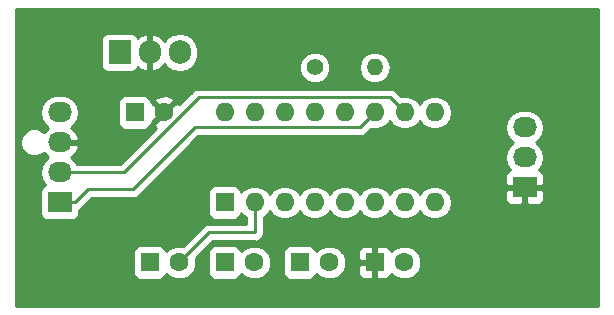
<source format=gbr>
G04 #@! TF.GenerationSoftware,KiCad,Pcbnew,(5.0.0)*
G04 #@! TF.CreationDate,2018-09-20T15:45:23+02:00*
G04 #@! TF.ProjectId,minitel_interface,6D696E6974656C5F696E746572666163,rev?*
G04 #@! TF.SameCoordinates,Original*
G04 #@! TF.FileFunction,Copper,L2,Bot,Signal*
G04 #@! TF.FilePolarity,Positive*
%FSLAX46Y46*%
G04 Gerber Fmt 4.6, Leading zero omitted, Abs format (unit mm)*
G04 Created by KiCad (PCBNEW (5.0.0)) date 09/20/18 15:45:23*
%MOMM*%
%LPD*%
G01*
G04 APERTURE LIST*
G04 #@! TA.AperFunction,ComponentPad*
%ADD10R,1.600000X1.600000*%
G04 #@! TD*
G04 #@! TA.AperFunction,ComponentPad*
%ADD11C,1.600000*%
G04 #@! TD*
G04 #@! TA.AperFunction,ComponentPad*
%ADD12R,2.030000X1.730000*%
G04 #@! TD*
G04 #@! TA.AperFunction,ComponentPad*
%ADD13O,2.030000X1.730000*%
G04 #@! TD*
G04 #@! TA.AperFunction,ComponentPad*
%ADD14C,1.400000*%
G04 #@! TD*
G04 #@! TA.AperFunction,ComponentPad*
%ADD15O,1.400000X1.400000*%
G04 #@! TD*
G04 #@! TA.AperFunction,ComponentPad*
%ADD16R,1.905000X2.000000*%
G04 #@! TD*
G04 #@! TA.AperFunction,ComponentPad*
%ADD17O,1.905000X2.000000*%
G04 #@! TD*
G04 #@! TA.AperFunction,ComponentPad*
%ADD18O,1.600000X1.600000*%
G04 #@! TD*
G04 #@! TA.AperFunction,Conductor*
%ADD19C,0.250000*%
G04 #@! TD*
G04 #@! TA.AperFunction,Conductor*
%ADD20C,0.254000*%
G04 #@! TD*
G04 APERTURE END LIST*
D10*
G04 #@! TO.P,C1,1*
G04 #@! TO.N,+12V*
X43180000Y-31750000D03*
D11*
G04 #@! TO.P,C1,2*
G04 #@! TO.N,GND*
X45680000Y-31750000D03*
G04 #@! TD*
G04 #@! TO.P,C2,2*
G04 #@! TO.N,Net-(C2-Pad2)*
X53300000Y-44450000D03*
D10*
G04 #@! TO.P,C2,1*
G04 #@! TO.N,Net-(C2-Pad1)*
X50800000Y-44450000D03*
G04 #@! TD*
G04 #@! TO.P,C3,1*
G04 #@! TO.N,Net-(C3-Pad1)*
X57150000Y-44450000D03*
D11*
G04 #@! TO.P,C3,2*
G04 #@! TO.N,Net-(C3-Pad2)*
X59650000Y-44450000D03*
G04 #@! TD*
G04 #@! TO.P,C4,2*
G04 #@! TO.N,Net-(C4-Pad2)*
X46950000Y-44450000D03*
D10*
G04 #@! TO.P,C4,1*
G04 #@! TO.N,REG_5V*
X44450000Y-44450000D03*
G04 #@! TD*
G04 #@! TO.P,C5,1*
G04 #@! TO.N,GND*
X63500000Y-44450000D03*
D11*
G04 #@! TO.P,C5,2*
G04 #@! TO.N,Net-(C5-Pad2)*
X66000000Y-44450000D03*
G04 #@! TD*
D12*
G04 #@! TO.P,MinitelDIN5,1*
G04 #@! TO.N,Net-(MinitelDIN5-Pad1)*
X36830000Y-39370000D03*
D13*
G04 #@! TO.P,MinitelDIN5,2*
G04 #@! TO.N,Net-(MinitelDIN5-Pad2)*
X36830000Y-36830000D03*
G04 #@! TO.P,MinitelDIN5,3*
G04 #@! TO.N,GND*
X36830000Y-34290000D03*
G04 #@! TO.P,MinitelDIN5,4*
G04 #@! TO.N,+12V*
X36830000Y-31750000D03*
G04 #@! TD*
D12*
G04 #@! TO.P,PC-Serial1,1*
G04 #@! TO.N,GND*
X76200000Y-38100000D03*
D13*
G04 #@! TO.P,PC-Serial1,2*
G04 #@! TO.N,Net-(PC-Serial1-Pad2)*
X76200000Y-35560000D03*
G04 #@! TO.P,PC-Serial1,3*
G04 #@! TO.N,Net-(PC-Serial1-Pad3)*
X76200000Y-33020000D03*
G04 #@! TD*
D14*
G04 #@! TO.P,R1,1*
G04 #@! TO.N,REG_5V*
X58420000Y-27940000D03*
D15*
G04 #@! TO.P,R1,2*
G04 #@! TO.N,Net-(MinitelDIN5-Pad1)*
X63500000Y-27940000D03*
G04 #@! TD*
D16*
G04 #@! TO.P,U1,1*
G04 #@! TO.N,+12V*
X41910000Y-26670000D03*
D17*
G04 #@! TO.P,U1,2*
G04 #@! TO.N,GND*
X44450000Y-26670000D03*
G04 #@! TO.P,U1,3*
G04 #@! TO.N,REG_5V*
X46990000Y-26670000D03*
G04 #@! TD*
D10*
G04 #@! TO.P,U2,1*
G04 #@! TO.N,Net-(C2-Pad1)*
X50800000Y-39370000D03*
D18*
G04 #@! TO.P,U2,9*
G04 #@! TO.N,Net-(U2-Pad9)*
X68580000Y-31750000D03*
G04 #@! TO.P,U2,2*
G04 #@! TO.N,Net-(C4-Pad2)*
X53340000Y-39370000D03*
G04 #@! TO.P,U2,10*
G04 #@! TO.N,Net-(MinitelDIN5-Pad2)*
X66040000Y-31750000D03*
G04 #@! TO.P,U2,3*
G04 #@! TO.N,Net-(C2-Pad2)*
X55880000Y-39370000D03*
G04 #@! TO.P,U2,11*
G04 #@! TO.N,Net-(MinitelDIN5-Pad1)*
X63500000Y-31750000D03*
G04 #@! TO.P,U2,4*
G04 #@! TO.N,Net-(C3-Pad1)*
X58420000Y-39370000D03*
G04 #@! TO.P,U2,12*
G04 #@! TO.N,Net-(U2-Pad12)*
X60960000Y-31750000D03*
G04 #@! TO.P,U2,5*
G04 #@! TO.N,Net-(C3-Pad2)*
X60960000Y-39370000D03*
G04 #@! TO.P,U2,13*
G04 #@! TO.N,Net-(PC-Serial1-Pad3)*
X58420000Y-31750000D03*
G04 #@! TO.P,U2,6*
G04 #@! TO.N,Net-(C5-Pad2)*
X63500000Y-39370000D03*
G04 #@! TO.P,U2,14*
G04 #@! TO.N,Net-(PC-Serial1-Pad2)*
X55880000Y-31750000D03*
G04 #@! TO.P,U2,7*
G04 #@! TO.N,Net-(U2-Pad7)*
X66040000Y-39370000D03*
G04 #@! TO.P,U2,15*
G04 #@! TO.N,GND*
X53340000Y-31750000D03*
G04 #@! TO.P,U2,8*
G04 #@! TO.N,Net-(U2-Pad8)*
X68580000Y-39370000D03*
G04 #@! TO.P,U2,16*
G04 #@! TO.N,REG_5V*
X50800000Y-31750000D03*
G04 #@! TD*
D19*
G04 #@! TO.N,Net-(C4-Pad2)*
X53340000Y-39370000D02*
X53340000Y-41910000D01*
X49490000Y-41910000D02*
X46950000Y-44450000D01*
X53340000Y-41910000D02*
X49490000Y-41910000D01*
G04 #@! TO.N,Net-(MinitelDIN5-Pad1)*
X39220001Y-38244999D02*
X43035001Y-38244999D01*
X36830000Y-39370000D02*
X38095000Y-39370000D01*
X38095000Y-39370000D02*
X39220001Y-38244999D01*
X43035001Y-38244999D02*
X48260000Y-33020000D01*
X62230000Y-33020000D02*
X63500000Y-31750000D01*
X48260000Y-33020000D02*
X62230000Y-33020000D01*
G04 #@! TO.N,Net-(MinitelDIN5-Pad2)*
X42265002Y-36830000D02*
X48615002Y-30480000D01*
X36830000Y-36830000D02*
X42265002Y-36830000D01*
X64770000Y-30480000D02*
X66040000Y-31750000D01*
X48615002Y-30480000D02*
X64770000Y-30480000D01*
G04 #@! TD*
D20*
G04 #@! TO.N,GND*
G36*
X82423000Y-48133000D02*
X33147000Y-48133000D01*
X33147000Y-43650000D01*
X43002560Y-43650000D01*
X43002560Y-45250000D01*
X43051843Y-45497765D01*
X43192191Y-45707809D01*
X43402235Y-45848157D01*
X43650000Y-45897440D01*
X45250000Y-45897440D01*
X45497765Y-45848157D01*
X45707809Y-45707809D01*
X45848157Y-45497765D01*
X45868101Y-45397497D01*
X46137138Y-45666534D01*
X46664561Y-45885000D01*
X47235439Y-45885000D01*
X47762862Y-45666534D01*
X48166534Y-45262862D01*
X48385000Y-44735439D01*
X48385000Y-44164561D01*
X48363103Y-44111698D01*
X48824801Y-43650000D01*
X49352560Y-43650000D01*
X49352560Y-45250000D01*
X49401843Y-45497765D01*
X49542191Y-45707809D01*
X49752235Y-45848157D01*
X50000000Y-45897440D01*
X51600000Y-45897440D01*
X51847765Y-45848157D01*
X52057809Y-45707809D01*
X52198157Y-45497765D01*
X52218101Y-45397497D01*
X52487138Y-45666534D01*
X53014561Y-45885000D01*
X53585439Y-45885000D01*
X54112862Y-45666534D01*
X54516534Y-45262862D01*
X54735000Y-44735439D01*
X54735000Y-44164561D01*
X54521862Y-43650000D01*
X55702560Y-43650000D01*
X55702560Y-45250000D01*
X55751843Y-45497765D01*
X55892191Y-45707809D01*
X56102235Y-45848157D01*
X56350000Y-45897440D01*
X57950000Y-45897440D01*
X58197765Y-45848157D01*
X58407809Y-45707809D01*
X58548157Y-45497765D01*
X58568101Y-45397497D01*
X58837138Y-45666534D01*
X59364561Y-45885000D01*
X59935439Y-45885000D01*
X60462862Y-45666534D01*
X60866534Y-45262862D01*
X61084871Y-44735750D01*
X62065000Y-44735750D01*
X62065000Y-45376310D01*
X62161673Y-45609699D01*
X62340302Y-45788327D01*
X62573691Y-45885000D01*
X63214250Y-45885000D01*
X63373000Y-45726250D01*
X63373000Y-44577000D01*
X62223750Y-44577000D01*
X62065000Y-44735750D01*
X61084871Y-44735750D01*
X61085000Y-44735439D01*
X61085000Y-44164561D01*
X60866534Y-43637138D01*
X60753086Y-43523690D01*
X62065000Y-43523690D01*
X62065000Y-44164250D01*
X62223750Y-44323000D01*
X63373000Y-44323000D01*
X63373000Y-43173750D01*
X63627000Y-43173750D01*
X63627000Y-44323000D01*
X63647000Y-44323000D01*
X63647000Y-44577000D01*
X63627000Y-44577000D01*
X63627000Y-45726250D01*
X63785750Y-45885000D01*
X64426309Y-45885000D01*
X64659698Y-45788327D01*
X64838327Y-45609699D01*
X64923845Y-45403241D01*
X65187138Y-45666534D01*
X65714561Y-45885000D01*
X66285439Y-45885000D01*
X66812862Y-45666534D01*
X67216534Y-45262862D01*
X67435000Y-44735439D01*
X67435000Y-44164561D01*
X67216534Y-43637138D01*
X66812862Y-43233466D01*
X66285439Y-43015000D01*
X65714561Y-43015000D01*
X65187138Y-43233466D01*
X64923845Y-43496759D01*
X64838327Y-43290301D01*
X64659698Y-43111673D01*
X64426309Y-43015000D01*
X63785750Y-43015000D01*
X63627000Y-43173750D01*
X63373000Y-43173750D01*
X63214250Y-43015000D01*
X62573691Y-43015000D01*
X62340302Y-43111673D01*
X62161673Y-43290301D01*
X62065000Y-43523690D01*
X60753086Y-43523690D01*
X60462862Y-43233466D01*
X59935439Y-43015000D01*
X59364561Y-43015000D01*
X58837138Y-43233466D01*
X58568101Y-43502503D01*
X58548157Y-43402235D01*
X58407809Y-43192191D01*
X58197765Y-43051843D01*
X57950000Y-43002560D01*
X56350000Y-43002560D01*
X56102235Y-43051843D01*
X55892191Y-43192191D01*
X55751843Y-43402235D01*
X55702560Y-43650000D01*
X54521862Y-43650000D01*
X54516534Y-43637138D01*
X54112862Y-43233466D01*
X53585439Y-43015000D01*
X53014561Y-43015000D01*
X52487138Y-43233466D01*
X52218101Y-43502503D01*
X52198157Y-43402235D01*
X52057809Y-43192191D01*
X51847765Y-43051843D01*
X51600000Y-43002560D01*
X50000000Y-43002560D01*
X49752235Y-43051843D01*
X49542191Y-43192191D01*
X49401843Y-43402235D01*
X49352560Y-43650000D01*
X48824801Y-43650000D01*
X49804803Y-42670000D01*
X53265148Y-42670000D01*
X53340000Y-42684889D01*
X53636537Y-42625904D01*
X53887929Y-42457929D01*
X54055904Y-42206537D01*
X54100000Y-41984852D01*
X54114889Y-41910000D01*
X54100000Y-41835148D01*
X54100000Y-40588043D01*
X54374577Y-40404577D01*
X54610000Y-40052242D01*
X54845423Y-40404577D01*
X55320091Y-40721740D01*
X55738667Y-40805000D01*
X56021333Y-40805000D01*
X56439909Y-40721740D01*
X56914577Y-40404577D01*
X57150000Y-40052242D01*
X57385423Y-40404577D01*
X57860091Y-40721740D01*
X58278667Y-40805000D01*
X58561333Y-40805000D01*
X58979909Y-40721740D01*
X59454577Y-40404577D01*
X59690000Y-40052242D01*
X59925423Y-40404577D01*
X60400091Y-40721740D01*
X60818667Y-40805000D01*
X61101333Y-40805000D01*
X61519909Y-40721740D01*
X61994577Y-40404577D01*
X62230000Y-40052242D01*
X62465423Y-40404577D01*
X62940091Y-40721740D01*
X63358667Y-40805000D01*
X63641333Y-40805000D01*
X64059909Y-40721740D01*
X64534577Y-40404577D01*
X64770000Y-40052242D01*
X65005423Y-40404577D01*
X65480091Y-40721740D01*
X65898667Y-40805000D01*
X66181333Y-40805000D01*
X66599909Y-40721740D01*
X67074577Y-40404577D01*
X67310000Y-40052242D01*
X67545423Y-40404577D01*
X68020091Y-40721740D01*
X68438667Y-40805000D01*
X68721333Y-40805000D01*
X69139909Y-40721740D01*
X69614577Y-40404577D01*
X69931740Y-39929909D01*
X70043113Y-39370000D01*
X69931740Y-38810091D01*
X69648205Y-38385750D01*
X74550000Y-38385750D01*
X74550000Y-39091310D01*
X74646673Y-39324699D01*
X74825302Y-39503327D01*
X75058691Y-39600000D01*
X75914250Y-39600000D01*
X76073000Y-39441250D01*
X76073000Y-38227000D01*
X76327000Y-38227000D01*
X76327000Y-39441250D01*
X76485750Y-39600000D01*
X77341309Y-39600000D01*
X77574698Y-39503327D01*
X77753327Y-39324699D01*
X77850000Y-39091310D01*
X77850000Y-38385750D01*
X77691250Y-38227000D01*
X76327000Y-38227000D01*
X76073000Y-38227000D01*
X74708750Y-38227000D01*
X74550000Y-38385750D01*
X69648205Y-38385750D01*
X69614577Y-38335423D01*
X69139909Y-38018260D01*
X68721333Y-37935000D01*
X68438667Y-37935000D01*
X68020091Y-38018260D01*
X67545423Y-38335423D01*
X67310000Y-38687758D01*
X67074577Y-38335423D01*
X66599909Y-38018260D01*
X66181333Y-37935000D01*
X65898667Y-37935000D01*
X65480091Y-38018260D01*
X65005423Y-38335423D01*
X64770000Y-38687758D01*
X64534577Y-38335423D01*
X64059909Y-38018260D01*
X63641333Y-37935000D01*
X63358667Y-37935000D01*
X62940091Y-38018260D01*
X62465423Y-38335423D01*
X62230000Y-38687758D01*
X61994577Y-38335423D01*
X61519909Y-38018260D01*
X61101333Y-37935000D01*
X60818667Y-37935000D01*
X60400091Y-38018260D01*
X59925423Y-38335423D01*
X59690000Y-38687758D01*
X59454577Y-38335423D01*
X58979909Y-38018260D01*
X58561333Y-37935000D01*
X58278667Y-37935000D01*
X57860091Y-38018260D01*
X57385423Y-38335423D01*
X57150000Y-38687758D01*
X56914577Y-38335423D01*
X56439909Y-38018260D01*
X56021333Y-37935000D01*
X55738667Y-37935000D01*
X55320091Y-38018260D01*
X54845423Y-38335423D01*
X54610000Y-38687758D01*
X54374577Y-38335423D01*
X53899909Y-38018260D01*
X53481333Y-37935000D01*
X53198667Y-37935000D01*
X52780091Y-38018260D01*
X52305423Y-38335423D01*
X52224785Y-38456106D01*
X52198157Y-38322235D01*
X52057809Y-38112191D01*
X51847765Y-37971843D01*
X51600000Y-37922560D01*
X50000000Y-37922560D01*
X49752235Y-37971843D01*
X49542191Y-38112191D01*
X49401843Y-38322235D01*
X49352560Y-38570000D01*
X49352560Y-40170000D01*
X49401843Y-40417765D01*
X49542191Y-40627809D01*
X49752235Y-40768157D01*
X50000000Y-40817440D01*
X51600000Y-40817440D01*
X51847765Y-40768157D01*
X52057809Y-40627809D01*
X52198157Y-40417765D01*
X52224785Y-40283894D01*
X52305423Y-40404577D01*
X52580000Y-40588044D01*
X52580001Y-41150000D01*
X49564846Y-41150000D01*
X49489999Y-41135112D01*
X49415152Y-41150000D01*
X49415148Y-41150000D01*
X49193463Y-41194096D01*
X49193461Y-41194097D01*
X49193462Y-41194097D01*
X49005526Y-41319671D01*
X49005524Y-41319673D01*
X48942071Y-41362071D01*
X48899673Y-41425524D01*
X47288302Y-43036897D01*
X47235439Y-43015000D01*
X46664561Y-43015000D01*
X46137138Y-43233466D01*
X45868101Y-43502503D01*
X45848157Y-43402235D01*
X45707809Y-43192191D01*
X45497765Y-43051843D01*
X45250000Y-43002560D01*
X43650000Y-43002560D01*
X43402235Y-43051843D01*
X43192191Y-43192191D01*
X43051843Y-43402235D01*
X43002560Y-43650000D01*
X33147000Y-43650000D01*
X33147000Y-34054289D01*
X33485000Y-34054289D01*
X33485000Y-34525711D01*
X33665405Y-34961249D01*
X33998751Y-35294595D01*
X34434289Y-35475000D01*
X34905711Y-35475000D01*
X35341249Y-35294595D01*
X35468113Y-35167731D01*
X35479207Y-35190857D01*
X35886643Y-35556071D01*
X35598561Y-35748561D01*
X35267032Y-36244729D01*
X35150614Y-36830000D01*
X35267032Y-37415271D01*
X35592175Y-37901882D01*
X35567235Y-37906843D01*
X35357191Y-38047191D01*
X35216843Y-38257235D01*
X35167560Y-38505000D01*
X35167560Y-40235000D01*
X35216843Y-40482765D01*
X35357191Y-40692809D01*
X35567235Y-40833157D01*
X35815000Y-40882440D01*
X37845000Y-40882440D01*
X38092765Y-40833157D01*
X38302809Y-40692809D01*
X38443157Y-40482765D01*
X38492440Y-40235000D01*
X38492440Y-40018483D01*
X38642929Y-39917929D01*
X38685331Y-39854470D01*
X39534803Y-39004999D01*
X42960154Y-39004999D01*
X43035001Y-39019887D01*
X43109848Y-39004999D01*
X43109853Y-39004999D01*
X43331538Y-38960903D01*
X43582930Y-38792928D01*
X43625332Y-38729469D01*
X48574803Y-33780000D01*
X62155153Y-33780000D01*
X62230000Y-33794888D01*
X62304847Y-33780000D01*
X62304852Y-33780000D01*
X62526537Y-33735904D01*
X62777929Y-33567929D01*
X62820331Y-33504470D01*
X63176114Y-33148688D01*
X63358667Y-33185000D01*
X63641333Y-33185000D01*
X64059909Y-33101740D01*
X64534577Y-32784577D01*
X64770000Y-32432242D01*
X65005423Y-32784577D01*
X65480091Y-33101740D01*
X65898667Y-33185000D01*
X66181333Y-33185000D01*
X66599909Y-33101740D01*
X67074577Y-32784577D01*
X67310000Y-32432242D01*
X67545423Y-32784577D01*
X68020091Y-33101740D01*
X68438667Y-33185000D01*
X68721333Y-33185000D01*
X69139909Y-33101740D01*
X69262241Y-33020000D01*
X74520614Y-33020000D01*
X74637032Y-33605271D01*
X74968561Y-34101439D01*
X75250762Y-34290000D01*
X74968561Y-34478561D01*
X74637032Y-34974729D01*
X74520614Y-35560000D01*
X74637032Y-36145271D01*
X74966412Y-36638223D01*
X74825302Y-36696673D01*
X74646673Y-36875301D01*
X74550000Y-37108690D01*
X74550000Y-37814250D01*
X74708750Y-37973000D01*
X76073000Y-37973000D01*
X76073000Y-37953000D01*
X76327000Y-37953000D01*
X76327000Y-37973000D01*
X77691250Y-37973000D01*
X77850000Y-37814250D01*
X77850000Y-37108690D01*
X77753327Y-36875301D01*
X77574698Y-36696673D01*
X77433588Y-36638223D01*
X77762968Y-36145271D01*
X77879386Y-35560000D01*
X77762968Y-34974729D01*
X77431439Y-34478561D01*
X77149238Y-34290000D01*
X77431439Y-34101439D01*
X77762968Y-33605271D01*
X77879386Y-33020000D01*
X77762968Y-32434729D01*
X77431439Y-31938561D01*
X76935271Y-31607032D01*
X76497733Y-31520000D01*
X75902267Y-31520000D01*
X75464729Y-31607032D01*
X74968561Y-31938561D01*
X74637032Y-32434729D01*
X74520614Y-33020000D01*
X69262241Y-33020000D01*
X69614577Y-32784577D01*
X69931740Y-32309909D01*
X70043113Y-31750000D01*
X69931740Y-31190091D01*
X69614577Y-30715423D01*
X69139909Y-30398260D01*
X68721333Y-30315000D01*
X68438667Y-30315000D01*
X68020091Y-30398260D01*
X67545423Y-30715423D01*
X67310000Y-31067758D01*
X67074577Y-30715423D01*
X66599909Y-30398260D01*
X66181333Y-30315000D01*
X65898667Y-30315000D01*
X65716114Y-30351312D01*
X65360331Y-29995530D01*
X65317929Y-29932071D01*
X65066537Y-29764096D01*
X64844852Y-29720000D01*
X64844847Y-29720000D01*
X64770000Y-29705112D01*
X64695153Y-29720000D01*
X48689848Y-29720000D01*
X48615001Y-29705112D01*
X48540154Y-29720000D01*
X48540150Y-29720000D01*
X48318465Y-29764096D01*
X48067073Y-29932071D01*
X48024673Y-29995527D01*
X46960324Y-31059876D01*
X46933864Y-30995995D01*
X46687745Y-30921861D01*
X45859605Y-31750000D01*
X45873748Y-31764143D01*
X45694143Y-31943748D01*
X45680000Y-31929605D01*
X44851861Y-32757745D01*
X44925995Y-33003864D01*
X44992450Y-33027751D01*
X41950201Y-36070000D01*
X38276218Y-36070000D01*
X38061439Y-35748561D01*
X37773357Y-35556071D01*
X38180793Y-35190857D01*
X38434131Y-34662760D01*
X38436346Y-34649246D01*
X38315224Y-34417000D01*
X36957000Y-34417000D01*
X36957000Y-34437000D01*
X36703000Y-34437000D01*
X36703000Y-34417000D01*
X36683000Y-34417000D01*
X36683000Y-34163000D01*
X36703000Y-34163000D01*
X36703000Y-34143000D01*
X36957000Y-34143000D01*
X36957000Y-34163000D01*
X38315224Y-34163000D01*
X38436346Y-33930754D01*
X38434131Y-33917240D01*
X38180793Y-33389143D01*
X37773357Y-33023929D01*
X38061439Y-32831439D01*
X38392968Y-32335271D01*
X38509386Y-31750000D01*
X38392968Y-31164729D01*
X38249491Y-30950000D01*
X41732560Y-30950000D01*
X41732560Y-32550000D01*
X41781843Y-32797765D01*
X41922191Y-33007809D01*
X42132235Y-33148157D01*
X42380000Y-33197440D01*
X43980000Y-33197440D01*
X44227765Y-33148157D01*
X44437809Y-33007809D01*
X44578157Y-32797765D01*
X44624693Y-32563813D01*
X44672255Y-32578139D01*
X45500395Y-31750000D01*
X44672255Y-30921861D01*
X44624693Y-30936187D01*
X44586118Y-30742255D01*
X44851861Y-30742255D01*
X45680000Y-31570395D01*
X46508139Y-30742255D01*
X46434005Y-30496136D01*
X45896777Y-30303035D01*
X45326546Y-30330222D01*
X44925995Y-30496136D01*
X44851861Y-30742255D01*
X44586118Y-30742255D01*
X44578157Y-30702235D01*
X44437809Y-30492191D01*
X44227765Y-30351843D01*
X43980000Y-30302560D01*
X42380000Y-30302560D01*
X42132235Y-30351843D01*
X41922191Y-30492191D01*
X41781843Y-30702235D01*
X41732560Y-30950000D01*
X38249491Y-30950000D01*
X38061439Y-30668561D01*
X37565271Y-30337032D01*
X37127733Y-30250000D01*
X36532267Y-30250000D01*
X36094729Y-30337032D01*
X35598561Y-30668561D01*
X35267032Y-31164729D01*
X35150614Y-31750000D01*
X35267032Y-32335271D01*
X35598561Y-32831439D01*
X35886643Y-33023929D01*
X35479207Y-33389143D01*
X35468113Y-33412269D01*
X35341249Y-33285405D01*
X34905711Y-33105000D01*
X34434289Y-33105000D01*
X33998751Y-33285405D01*
X33665405Y-33618751D01*
X33485000Y-34054289D01*
X33147000Y-34054289D01*
X33147000Y-25670000D01*
X40310060Y-25670000D01*
X40310060Y-27670000D01*
X40359343Y-27917765D01*
X40499691Y-28127809D01*
X40709735Y-28268157D01*
X40957500Y-28317440D01*
X42862500Y-28317440D01*
X43110265Y-28268157D01*
X43320309Y-28127809D01*
X43457255Y-27922857D01*
X43583076Y-28045973D01*
X44077020Y-28260563D01*
X44323000Y-28140594D01*
X44323000Y-26797000D01*
X44303000Y-26797000D01*
X44303000Y-26543000D01*
X44323000Y-26543000D01*
X44323000Y-25199406D01*
X44577000Y-25199406D01*
X44577000Y-26543000D01*
X44597000Y-26543000D01*
X44597000Y-26797000D01*
X44577000Y-26797000D01*
X44577000Y-28140594D01*
X44822980Y-28260563D01*
X45316924Y-28045973D01*
X45710841Y-27660526D01*
X45845477Y-27862023D01*
X46370590Y-28212891D01*
X46990000Y-28336100D01*
X47609411Y-28212891D01*
X48134523Y-27862023D01*
X48259853Y-27674452D01*
X57085000Y-27674452D01*
X57085000Y-28205548D01*
X57288242Y-28696217D01*
X57663783Y-29071758D01*
X58154452Y-29275000D01*
X58685548Y-29275000D01*
X59176217Y-29071758D01*
X59551758Y-28696217D01*
X59755000Y-28205548D01*
X59755000Y-27940000D01*
X62138846Y-27940000D01*
X62242458Y-28460891D01*
X62537519Y-28902481D01*
X62979109Y-29197542D01*
X63368515Y-29275000D01*
X63631485Y-29275000D01*
X64020891Y-29197542D01*
X64462481Y-28902481D01*
X64757542Y-28460891D01*
X64861154Y-27940000D01*
X64757542Y-27419109D01*
X64462481Y-26977519D01*
X64020891Y-26682458D01*
X63631485Y-26605000D01*
X63368515Y-26605000D01*
X62979109Y-26682458D01*
X62537519Y-26977519D01*
X62242458Y-27419109D01*
X62138846Y-27940000D01*
X59755000Y-27940000D01*
X59755000Y-27674452D01*
X59551758Y-27183783D01*
X59176217Y-26808242D01*
X58685548Y-26605000D01*
X58154452Y-26605000D01*
X57663783Y-26808242D01*
X57288242Y-27183783D01*
X57085000Y-27674452D01*
X48259853Y-27674452D01*
X48485391Y-27336910D01*
X48577500Y-26873849D01*
X48577500Y-26466150D01*
X48485391Y-26003089D01*
X48134523Y-25477977D01*
X47609410Y-25127109D01*
X46990000Y-25003900D01*
X46370589Y-25127109D01*
X45845477Y-25477977D01*
X45710841Y-25679474D01*
X45316924Y-25294027D01*
X44822980Y-25079437D01*
X44577000Y-25199406D01*
X44323000Y-25199406D01*
X44077020Y-25079437D01*
X43583076Y-25294027D01*
X43457255Y-25417143D01*
X43320309Y-25212191D01*
X43110265Y-25071843D01*
X42862500Y-25022560D01*
X40957500Y-25022560D01*
X40709735Y-25071843D01*
X40499691Y-25212191D01*
X40359343Y-25422235D01*
X40310060Y-25670000D01*
X33147000Y-25670000D01*
X33147000Y-22987000D01*
X82423000Y-22987000D01*
X82423000Y-48133000D01*
X82423000Y-48133000D01*
G37*
X82423000Y-48133000D02*
X33147000Y-48133000D01*
X33147000Y-43650000D01*
X43002560Y-43650000D01*
X43002560Y-45250000D01*
X43051843Y-45497765D01*
X43192191Y-45707809D01*
X43402235Y-45848157D01*
X43650000Y-45897440D01*
X45250000Y-45897440D01*
X45497765Y-45848157D01*
X45707809Y-45707809D01*
X45848157Y-45497765D01*
X45868101Y-45397497D01*
X46137138Y-45666534D01*
X46664561Y-45885000D01*
X47235439Y-45885000D01*
X47762862Y-45666534D01*
X48166534Y-45262862D01*
X48385000Y-44735439D01*
X48385000Y-44164561D01*
X48363103Y-44111698D01*
X48824801Y-43650000D01*
X49352560Y-43650000D01*
X49352560Y-45250000D01*
X49401843Y-45497765D01*
X49542191Y-45707809D01*
X49752235Y-45848157D01*
X50000000Y-45897440D01*
X51600000Y-45897440D01*
X51847765Y-45848157D01*
X52057809Y-45707809D01*
X52198157Y-45497765D01*
X52218101Y-45397497D01*
X52487138Y-45666534D01*
X53014561Y-45885000D01*
X53585439Y-45885000D01*
X54112862Y-45666534D01*
X54516534Y-45262862D01*
X54735000Y-44735439D01*
X54735000Y-44164561D01*
X54521862Y-43650000D01*
X55702560Y-43650000D01*
X55702560Y-45250000D01*
X55751843Y-45497765D01*
X55892191Y-45707809D01*
X56102235Y-45848157D01*
X56350000Y-45897440D01*
X57950000Y-45897440D01*
X58197765Y-45848157D01*
X58407809Y-45707809D01*
X58548157Y-45497765D01*
X58568101Y-45397497D01*
X58837138Y-45666534D01*
X59364561Y-45885000D01*
X59935439Y-45885000D01*
X60462862Y-45666534D01*
X60866534Y-45262862D01*
X61084871Y-44735750D01*
X62065000Y-44735750D01*
X62065000Y-45376310D01*
X62161673Y-45609699D01*
X62340302Y-45788327D01*
X62573691Y-45885000D01*
X63214250Y-45885000D01*
X63373000Y-45726250D01*
X63373000Y-44577000D01*
X62223750Y-44577000D01*
X62065000Y-44735750D01*
X61084871Y-44735750D01*
X61085000Y-44735439D01*
X61085000Y-44164561D01*
X60866534Y-43637138D01*
X60753086Y-43523690D01*
X62065000Y-43523690D01*
X62065000Y-44164250D01*
X62223750Y-44323000D01*
X63373000Y-44323000D01*
X63373000Y-43173750D01*
X63627000Y-43173750D01*
X63627000Y-44323000D01*
X63647000Y-44323000D01*
X63647000Y-44577000D01*
X63627000Y-44577000D01*
X63627000Y-45726250D01*
X63785750Y-45885000D01*
X64426309Y-45885000D01*
X64659698Y-45788327D01*
X64838327Y-45609699D01*
X64923845Y-45403241D01*
X65187138Y-45666534D01*
X65714561Y-45885000D01*
X66285439Y-45885000D01*
X66812862Y-45666534D01*
X67216534Y-45262862D01*
X67435000Y-44735439D01*
X67435000Y-44164561D01*
X67216534Y-43637138D01*
X66812862Y-43233466D01*
X66285439Y-43015000D01*
X65714561Y-43015000D01*
X65187138Y-43233466D01*
X64923845Y-43496759D01*
X64838327Y-43290301D01*
X64659698Y-43111673D01*
X64426309Y-43015000D01*
X63785750Y-43015000D01*
X63627000Y-43173750D01*
X63373000Y-43173750D01*
X63214250Y-43015000D01*
X62573691Y-43015000D01*
X62340302Y-43111673D01*
X62161673Y-43290301D01*
X62065000Y-43523690D01*
X60753086Y-43523690D01*
X60462862Y-43233466D01*
X59935439Y-43015000D01*
X59364561Y-43015000D01*
X58837138Y-43233466D01*
X58568101Y-43502503D01*
X58548157Y-43402235D01*
X58407809Y-43192191D01*
X58197765Y-43051843D01*
X57950000Y-43002560D01*
X56350000Y-43002560D01*
X56102235Y-43051843D01*
X55892191Y-43192191D01*
X55751843Y-43402235D01*
X55702560Y-43650000D01*
X54521862Y-43650000D01*
X54516534Y-43637138D01*
X54112862Y-43233466D01*
X53585439Y-43015000D01*
X53014561Y-43015000D01*
X52487138Y-43233466D01*
X52218101Y-43502503D01*
X52198157Y-43402235D01*
X52057809Y-43192191D01*
X51847765Y-43051843D01*
X51600000Y-43002560D01*
X50000000Y-43002560D01*
X49752235Y-43051843D01*
X49542191Y-43192191D01*
X49401843Y-43402235D01*
X49352560Y-43650000D01*
X48824801Y-43650000D01*
X49804803Y-42670000D01*
X53265148Y-42670000D01*
X53340000Y-42684889D01*
X53636537Y-42625904D01*
X53887929Y-42457929D01*
X54055904Y-42206537D01*
X54100000Y-41984852D01*
X54114889Y-41910000D01*
X54100000Y-41835148D01*
X54100000Y-40588043D01*
X54374577Y-40404577D01*
X54610000Y-40052242D01*
X54845423Y-40404577D01*
X55320091Y-40721740D01*
X55738667Y-40805000D01*
X56021333Y-40805000D01*
X56439909Y-40721740D01*
X56914577Y-40404577D01*
X57150000Y-40052242D01*
X57385423Y-40404577D01*
X57860091Y-40721740D01*
X58278667Y-40805000D01*
X58561333Y-40805000D01*
X58979909Y-40721740D01*
X59454577Y-40404577D01*
X59690000Y-40052242D01*
X59925423Y-40404577D01*
X60400091Y-40721740D01*
X60818667Y-40805000D01*
X61101333Y-40805000D01*
X61519909Y-40721740D01*
X61994577Y-40404577D01*
X62230000Y-40052242D01*
X62465423Y-40404577D01*
X62940091Y-40721740D01*
X63358667Y-40805000D01*
X63641333Y-40805000D01*
X64059909Y-40721740D01*
X64534577Y-40404577D01*
X64770000Y-40052242D01*
X65005423Y-40404577D01*
X65480091Y-40721740D01*
X65898667Y-40805000D01*
X66181333Y-40805000D01*
X66599909Y-40721740D01*
X67074577Y-40404577D01*
X67310000Y-40052242D01*
X67545423Y-40404577D01*
X68020091Y-40721740D01*
X68438667Y-40805000D01*
X68721333Y-40805000D01*
X69139909Y-40721740D01*
X69614577Y-40404577D01*
X69931740Y-39929909D01*
X70043113Y-39370000D01*
X69931740Y-38810091D01*
X69648205Y-38385750D01*
X74550000Y-38385750D01*
X74550000Y-39091310D01*
X74646673Y-39324699D01*
X74825302Y-39503327D01*
X75058691Y-39600000D01*
X75914250Y-39600000D01*
X76073000Y-39441250D01*
X76073000Y-38227000D01*
X76327000Y-38227000D01*
X76327000Y-39441250D01*
X76485750Y-39600000D01*
X77341309Y-39600000D01*
X77574698Y-39503327D01*
X77753327Y-39324699D01*
X77850000Y-39091310D01*
X77850000Y-38385750D01*
X77691250Y-38227000D01*
X76327000Y-38227000D01*
X76073000Y-38227000D01*
X74708750Y-38227000D01*
X74550000Y-38385750D01*
X69648205Y-38385750D01*
X69614577Y-38335423D01*
X69139909Y-38018260D01*
X68721333Y-37935000D01*
X68438667Y-37935000D01*
X68020091Y-38018260D01*
X67545423Y-38335423D01*
X67310000Y-38687758D01*
X67074577Y-38335423D01*
X66599909Y-38018260D01*
X66181333Y-37935000D01*
X65898667Y-37935000D01*
X65480091Y-38018260D01*
X65005423Y-38335423D01*
X64770000Y-38687758D01*
X64534577Y-38335423D01*
X64059909Y-38018260D01*
X63641333Y-37935000D01*
X63358667Y-37935000D01*
X62940091Y-38018260D01*
X62465423Y-38335423D01*
X62230000Y-38687758D01*
X61994577Y-38335423D01*
X61519909Y-38018260D01*
X61101333Y-37935000D01*
X60818667Y-37935000D01*
X60400091Y-38018260D01*
X59925423Y-38335423D01*
X59690000Y-38687758D01*
X59454577Y-38335423D01*
X58979909Y-38018260D01*
X58561333Y-37935000D01*
X58278667Y-37935000D01*
X57860091Y-38018260D01*
X57385423Y-38335423D01*
X57150000Y-38687758D01*
X56914577Y-38335423D01*
X56439909Y-38018260D01*
X56021333Y-37935000D01*
X55738667Y-37935000D01*
X55320091Y-38018260D01*
X54845423Y-38335423D01*
X54610000Y-38687758D01*
X54374577Y-38335423D01*
X53899909Y-38018260D01*
X53481333Y-37935000D01*
X53198667Y-37935000D01*
X52780091Y-38018260D01*
X52305423Y-38335423D01*
X52224785Y-38456106D01*
X52198157Y-38322235D01*
X52057809Y-38112191D01*
X51847765Y-37971843D01*
X51600000Y-37922560D01*
X50000000Y-37922560D01*
X49752235Y-37971843D01*
X49542191Y-38112191D01*
X49401843Y-38322235D01*
X49352560Y-38570000D01*
X49352560Y-40170000D01*
X49401843Y-40417765D01*
X49542191Y-40627809D01*
X49752235Y-40768157D01*
X50000000Y-40817440D01*
X51600000Y-40817440D01*
X51847765Y-40768157D01*
X52057809Y-40627809D01*
X52198157Y-40417765D01*
X52224785Y-40283894D01*
X52305423Y-40404577D01*
X52580000Y-40588044D01*
X52580001Y-41150000D01*
X49564846Y-41150000D01*
X49489999Y-41135112D01*
X49415152Y-41150000D01*
X49415148Y-41150000D01*
X49193463Y-41194096D01*
X49193461Y-41194097D01*
X49193462Y-41194097D01*
X49005526Y-41319671D01*
X49005524Y-41319673D01*
X48942071Y-41362071D01*
X48899673Y-41425524D01*
X47288302Y-43036897D01*
X47235439Y-43015000D01*
X46664561Y-43015000D01*
X46137138Y-43233466D01*
X45868101Y-43502503D01*
X45848157Y-43402235D01*
X45707809Y-43192191D01*
X45497765Y-43051843D01*
X45250000Y-43002560D01*
X43650000Y-43002560D01*
X43402235Y-43051843D01*
X43192191Y-43192191D01*
X43051843Y-43402235D01*
X43002560Y-43650000D01*
X33147000Y-43650000D01*
X33147000Y-34054289D01*
X33485000Y-34054289D01*
X33485000Y-34525711D01*
X33665405Y-34961249D01*
X33998751Y-35294595D01*
X34434289Y-35475000D01*
X34905711Y-35475000D01*
X35341249Y-35294595D01*
X35468113Y-35167731D01*
X35479207Y-35190857D01*
X35886643Y-35556071D01*
X35598561Y-35748561D01*
X35267032Y-36244729D01*
X35150614Y-36830000D01*
X35267032Y-37415271D01*
X35592175Y-37901882D01*
X35567235Y-37906843D01*
X35357191Y-38047191D01*
X35216843Y-38257235D01*
X35167560Y-38505000D01*
X35167560Y-40235000D01*
X35216843Y-40482765D01*
X35357191Y-40692809D01*
X35567235Y-40833157D01*
X35815000Y-40882440D01*
X37845000Y-40882440D01*
X38092765Y-40833157D01*
X38302809Y-40692809D01*
X38443157Y-40482765D01*
X38492440Y-40235000D01*
X38492440Y-40018483D01*
X38642929Y-39917929D01*
X38685331Y-39854470D01*
X39534803Y-39004999D01*
X42960154Y-39004999D01*
X43035001Y-39019887D01*
X43109848Y-39004999D01*
X43109853Y-39004999D01*
X43331538Y-38960903D01*
X43582930Y-38792928D01*
X43625332Y-38729469D01*
X48574803Y-33780000D01*
X62155153Y-33780000D01*
X62230000Y-33794888D01*
X62304847Y-33780000D01*
X62304852Y-33780000D01*
X62526537Y-33735904D01*
X62777929Y-33567929D01*
X62820331Y-33504470D01*
X63176114Y-33148688D01*
X63358667Y-33185000D01*
X63641333Y-33185000D01*
X64059909Y-33101740D01*
X64534577Y-32784577D01*
X64770000Y-32432242D01*
X65005423Y-32784577D01*
X65480091Y-33101740D01*
X65898667Y-33185000D01*
X66181333Y-33185000D01*
X66599909Y-33101740D01*
X67074577Y-32784577D01*
X67310000Y-32432242D01*
X67545423Y-32784577D01*
X68020091Y-33101740D01*
X68438667Y-33185000D01*
X68721333Y-33185000D01*
X69139909Y-33101740D01*
X69262241Y-33020000D01*
X74520614Y-33020000D01*
X74637032Y-33605271D01*
X74968561Y-34101439D01*
X75250762Y-34290000D01*
X74968561Y-34478561D01*
X74637032Y-34974729D01*
X74520614Y-35560000D01*
X74637032Y-36145271D01*
X74966412Y-36638223D01*
X74825302Y-36696673D01*
X74646673Y-36875301D01*
X74550000Y-37108690D01*
X74550000Y-37814250D01*
X74708750Y-37973000D01*
X76073000Y-37973000D01*
X76073000Y-37953000D01*
X76327000Y-37953000D01*
X76327000Y-37973000D01*
X77691250Y-37973000D01*
X77850000Y-37814250D01*
X77850000Y-37108690D01*
X77753327Y-36875301D01*
X77574698Y-36696673D01*
X77433588Y-36638223D01*
X77762968Y-36145271D01*
X77879386Y-35560000D01*
X77762968Y-34974729D01*
X77431439Y-34478561D01*
X77149238Y-34290000D01*
X77431439Y-34101439D01*
X77762968Y-33605271D01*
X77879386Y-33020000D01*
X77762968Y-32434729D01*
X77431439Y-31938561D01*
X76935271Y-31607032D01*
X76497733Y-31520000D01*
X75902267Y-31520000D01*
X75464729Y-31607032D01*
X74968561Y-31938561D01*
X74637032Y-32434729D01*
X74520614Y-33020000D01*
X69262241Y-33020000D01*
X69614577Y-32784577D01*
X69931740Y-32309909D01*
X70043113Y-31750000D01*
X69931740Y-31190091D01*
X69614577Y-30715423D01*
X69139909Y-30398260D01*
X68721333Y-30315000D01*
X68438667Y-30315000D01*
X68020091Y-30398260D01*
X67545423Y-30715423D01*
X67310000Y-31067758D01*
X67074577Y-30715423D01*
X66599909Y-30398260D01*
X66181333Y-30315000D01*
X65898667Y-30315000D01*
X65716114Y-30351312D01*
X65360331Y-29995530D01*
X65317929Y-29932071D01*
X65066537Y-29764096D01*
X64844852Y-29720000D01*
X64844847Y-29720000D01*
X64770000Y-29705112D01*
X64695153Y-29720000D01*
X48689848Y-29720000D01*
X48615001Y-29705112D01*
X48540154Y-29720000D01*
X48540150Y-29720000D01*
X48318465Y-29764096D01*
X48067073Y-29932071D01*
X48024673Y-29995527D01*
X46960324Y-31059876D01*
X46933864Y-30995995D01*
X46687745Y-30921861D01*
X45859605Y-31750000D01*
X45873748Y-31764143D01*
X45694143Y-31943748D01*
X45680000Y-31929605D01*
X44851861Y-32757745D01*
X44925995Y-33003864D01*
X44992450Y-33027751D01*
X41950201Y-36070000D01*
X38276218Y-36070000D01*
X38061439Y-35748561D01*
X37773357Y-35556071D01*
X38180793Y-35190857D01*
X38434131Y-34662760D01*
X38436346Y-34649246D01*
X38315224Y-34417000D01*
X36957000Y-34417000D01*
X36957000Y-34437000D01*
X36703000Y-34437000D01*
X36703000Y-34417000D01*
X36683000Y-34417000D01*
X36683000Y-34163000D01*
X36703000Y-34163000D01*
X36703000Y-34143000D01*
X36957000Y-34143000D01*
X36957000Y-34163000D01*
X38315224Y-34163000D01*
X38436346Y-33930754D01*
X38434131Y-33917240D01*
X38180793Y-33389143D01*
X37773357Y-33023929D01*
X38061439Y-32831439D01*
X38392968Y-32335271D01*
X38509386Y-31750000D01*
X38392968Y-31164729D01*
X38249491Y-30950000D01*
X41732560Y-30950000D01*
X41732560Y-32550000D01*
X41781843Y-32797765D01*
X41922191Y-33007809D01*
X42132235Y-33148157D01*
X42380000Y-33197440D01*
X43980000Y-33197440D01*
X44227765Y-33148157D01*
X44437809Y-33007809D01*
X44578157Y-32797765D01*
X44624693Y-32563813D01*
X44672255Y-32578139D01*
X45500395Y-31750000D01*
X44672255Y-30921861D01*
X44624693Y-30936187D01*
X44586118Y-30742255D01*
X44851861Y-30742255D01*
X45680000Y-31570395D01*
X46508139Y-30742255D01*
X46434005Y-30496136D01*
X45896777Y-30303035D01*
X45326546Y-30330222D01*
X44925995Y-30496136D01*
X44851861Y-30742255D01*
X44586118Y-30742255D01*
X44578157Y-30702235D01*
X44437809Y-30492191D01*
X44227765Y-30351843D01*
X43980000Y-30302560D01*
X42380000Y-30302560D01*
X42132235Y-30351843D01*
X41922191Y-30492191D01*
X41781843Y-30702235D01*
X41732560Y-30950000D01*
X38249491Y-30950000D01*
X38061439Y-30668561D01*
X37565271Y-30337032D01*
X37127733Y-30250000D01*
X36532267Y-30250000D01*
X36094729Y-30337032D01*
X35598561Y-30668561D01*
X35267032Y-31164729D01*
X35150614Y-31750000D01*
X35267032Y-32335271D01*
X35598561Y-32831439D01*
X35886643Y-33023929D01*
X35479207Y-33389143D01*
X35468113Y-33412269D01*
X35341249Y-33285405D01*
X34905711Y-33105000D01*
X34434289Y-33105000D01*
X33998751Y-33285405D01*
X33665405Y-33618751D01*
X33485000Y-34054289D01*
X33147000Y-34054289D01*
X33147000Y-25670000D01*
X40310060Y-25670000D01*
X40310060Y-27670000D01*
X40359343Y-27917765D01*
X40499691Y-28127809D01*
X40709735Y-28268157D01*
X40957500Y-28317440D01*
X42862500Y-28317440D01*
X43110265Y-28268157D01*
X43320309Y-28127809D01*
X43457255Y-27922857D01*
X43583076Y-28045973D01*
X44077020Y-28260563D01*
X44323000Y-28140594D01*
X44323000Y-26797000D01*
X44303000Y-26797000D01*
X44303000Y-26543000D01*
X44323000Y-26543000D01*
X44323000Y-25199406D01*
X44577000Y-25199406D01*
X44577000Y-26543000D01*
X44597000Y-26543000D01*
X44597000Y-26797000D01*
X44577000Y-26797000D01*
X44577000Y-28140594D01*
X44822980Y-28260563D01*
X45316924Y-28045973D01*
X45710841Y-27660526D01*
X45845477Y-27862023D01*
X46370590Y-28212891D01*
X46990000Y-28336100D01*
X47609411Y-28212891D01*
X48134523Y-27862023D01*
X48259853Y-27674452D01*
X57085000Y-27674452D01*
X57085000Y-28205548D01*
X57288242Y-28696217D01*
X57663783Y-29071758D01*
X58154452Y-29275000D01*
X58685548Y-29275000D01*
X59176217Y-29071758D01*
X59551758Y-28696217D01*
X59755000Y-28205548D01*
X59755000Y-27940000D01*
X62138846Y-27940000D01*
X62242458Y-28460891D01*
X62537519Y-28902481D01*
X62979109Y-29197542D01*
X63368515Y-29275000D01*
X63631485Y-29275000D01*
X64020891Y-29197542D01*
X64462481Y-28902481D01*
X64757542Y-28460891D01*
X64861154Y-27940000D01*
X64757542Y-27419109D01*
X64462481Y-26977519D01*
X64020891Y-26682458D01*
X63631485Y-26605000D01*
X63368515Y-26605000D01*
X62979109Y-26682458D01*
X62537519Y-26977519D01*
X62242458Y-27419109D01*
X62138846Y-27940000D01*
X59755000Y-27940000D01*
X59755000Y-27674452D01*
X59551758Y-27183783D01*
X59176217Y-26808242D01*
X58685548Y-26605000D01*
X58154452Y-26605000D01*
X57663783Y-26808242D01*
X57288242Y-27183783D01*
X57085000Y-27674452D01*
X48259853Y-27674452D01*
X48485391Y-27336910D01*
X48577500Y-26873849D01*
X48577500Y-26466150D01*
X48485391Y-26003089D01*
X48134523Y-25477977D01*
X47609410Y-25127109D01*
X46990000Y-25003900D01*
X46370589Y-25127109D01*
X45845477Y-25477977D01*
X45710841Y-25679474D01*
X45316924Y-25294027D01*
X44822980Y-25079437D01*
X44577000Y-25199406D01*
X44323000Y-25199406D01*
X44077020Y-25079437D01*
X43583076Y-25294027D01*
X43457255Y-25417143D01*
X43320309Y-25212191D01*
X43110265Y-25071843D01*
X42862500Y-25022560D01*
X40957500Y-25022560D01*
X40709735Y-25071843D01*
X40499691Y-25212191D01*
X40359343Y-25422235D01*
X40310060Y-25670000D01*
X33147000Y-25670000D01*
X33147000Y-22987000D01*
X82423000Y-22987000D01*
X82423000Y-48133000D01*
G36*
X53467000Y-31623000D02*
X53487000Y-31623000D01*
X53487000Y-31877000D01*
X53467000Y-31877000D01*
X53467000Y-31897000D01*
X53213000Y-31897000D01*
X53213000Y-31877000D01*
X53193000Y-31877000D01*
X53193000Y-31623000D01*
X53213000Y-31623000D01*
X53213000Y-31603000D01*
X53467000Y-31603000D01*
X53467000Y-31623000D01*
X53467000Y-31623000D01*
G37*
X53467000Y-31623000D02*
X53487000Y-31623000D01*
X53487000Y-31877000D01*
X53467000Y-31877000D01*
X53467000Y-31897000D01*
X53213000Y-31897000D01*
X53213000Y-31877000D01*
X53193000Y-31877000D01*
X53193000Y-31623000D01*
X53213000Y-31623000D01*
X53213000Y-31603000D01*
X53467000Y-31603000D01*
X53467000Y-31623000D01*
G04 #@! TD*
M02*

</source>
